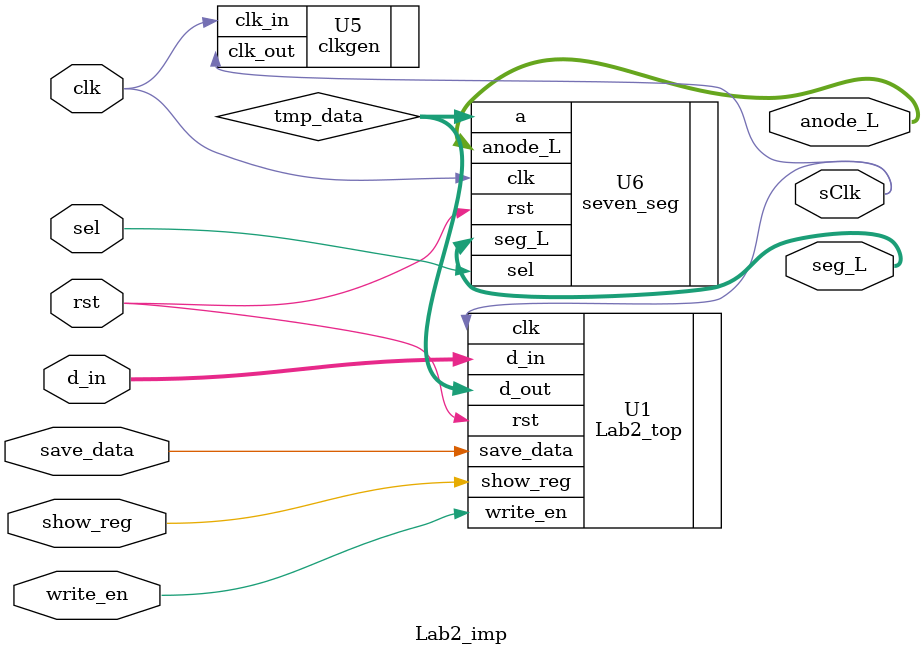
<source format=v>
`timescale 1ns / 1ps


module Lab2_imp(input clk, rst, write_en, save_data, show_reg, sel,
                input [7:0] d_in, 
                output sClk,
				output [3:0] anode_L,
				output [6:0] seg_L);
	 
	 wire [7:0] tmp_data;
	 
	 // Instantiate your Lab2_top module here. Connect d_out to tmp_data.
     Lab2_top U1 (
    .clk(sClk),
    .rst(rst),
    .write_en(write_en),
    .save_data(save_data),
    .show_reg(show_reg),
    .d_in(d_in),
    .d_out(tmp_data)
    );       
	clkgen   U5 (.clk_in(clk), .clk_out(sClk));
	seven_seg U6 (.a(tmp_data), .clk(clk), .rst(rst), .sel(sel), .anode_L(anode_L), .seg_L(seg_L));

endmodule


</source>
